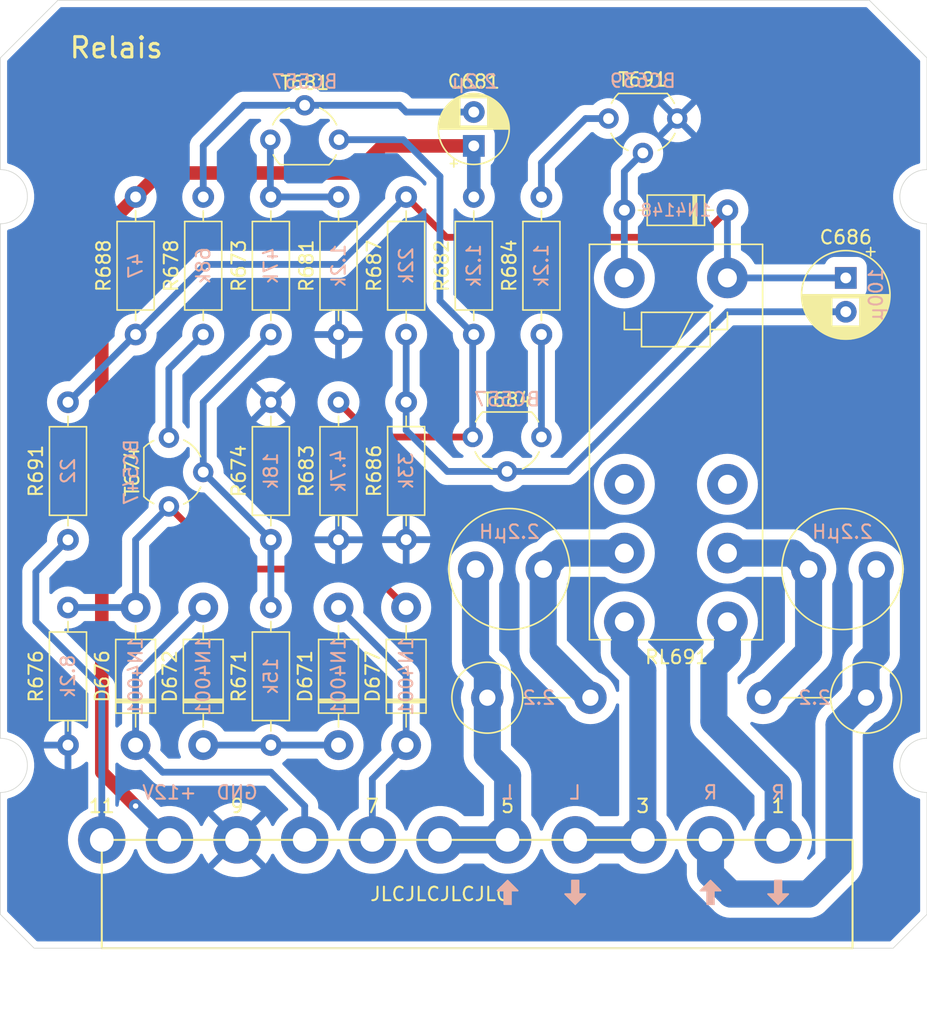
<source format=kicad_pcb>
(kicad_pcb (version 20221018) (generator pcbnew)
  (layers (0 "F.Cu" signal) (31 "B.Cu" signal) (34 "B.Paste" user) (35 "F.Paste" user) (36 "B.SilkS" user "B.Silkscreen") (37 "F.SilkS" user "F.Silkscreen") (38 "B.Mask" user) (39 "F.Mask" user) (44 "Edge.Cuts" user))
  (net 0 "")
  (net 1 "Net-(L1-Pad1)")
  (net 2 "Net-(L2-Pad2)")
  (net 3 "Net-(T681-B)")
  (net 4 "Net-(D1-K)")
  (net 5 "P7")
  (net 6 "P8")
  (net 7 "OUT-R")
  (net 8 "IN-R")
  (net 9 "OUT-L")
  (net 10 "IN-L")
  (net 11 "P11")
  (net 12 "Net-(T684-B)")
  (net 13 "Net-(D1-A)")
  (net 14 "Net-(D671-K)")
  (net 15 "Net-(D676-A)")
  (net 16 "Net-(T674-B)")
  (net 17 "Net-(T681-C)")
  (net 18 "Net-(T681-E)")
  (net 19 "Net-(T684-C)")
  (net 22 "Net-(T674-C)")
  (net 23 "Net-(T691-B)")
  (net 24 "GND")
  (net 25 "+12V")
  (footprint "Relays_THT:Relay_DPDT_Schrack-RT2_RM5mm" (layer "F.Cu") (at 79.5 45.5 -90)
    (fp_text reference "RL691" (at 28 3.75) (layer "F.SilkS"))
    (fp_text value "G2R")
    (pad "11" thru_hole circle (at 20.32 0 270) (size 3 3) (drill 1.4) (layers "*.Cu" "*.Mask") (net 1 "Net-(L1-Pad1)"))
    (pad "12" thru_hole circle (at 15.24 0 270) (size 3 3) (drill 1.4) (layers "*.Cu" "*.Mask"))
    (pad "14" thru_hole circle (at 25.4 0 270) (size 3 3) (drill 1.4) (layers "*.Cu" "*.Mask") (net 7 "OUT-R"))
    (pad "21" thru_hole circle (at 20.32 7.62 270) (size 3 3) (drill 1.4) (layers "*.Cu" "*.Mask") (net 2 "Net-(L2-Pad2)"))
    (pad "22" thru_hole circle (at 15.24 7.62 270) (size 3 3) (drill 1.4) (layers "*.Cu" "*.Mask"))
    (pad "24" thru_hole circle (at 25.4 7.62 270) (size 3 3) (drill 1.4) (layers "*.Cu" "*.Mask") (net 9 "OUT-L"))
    (pad "A1" thru_hole circle (at 0 0 270) (size 3 3) (drill 1.4) (layers "*.Cu" "*.Mask") (net 4 "Net-(D1-K)"))
    (pad "A2" thru_hole circle (at 0 7.62 270) (size 3 3) (drill 1.4) (layers "*.Cu" "*.Mask") (net 13 "Net-(D1-A)"))
  )
  (footprint "Capacitor_THT:CP_Radial_D5.0mm_P2.50mm" (layer "F.Cu") (at 60.75 35.75 90)
    (fp_text reference "C681" (at 4.75 0 180) (layer "F.SilkS"))
    (fp_text value "2.2µ" (at 4.75 0 180) (layer "B.SilkS") (effects (justify mirror)))
    (pad "1" thru_hole rect (at 0 0 90) (size 1.6 1.6) (drill 0.8) (layers "*.Cu" "*.Mask") (net 25 "+12V"))
    (pad "2" thru_hole circle (at 2.5 0 90) (size 1.6 1.6) (drill 0.8) (layers "*.Cu" "*.Mask") (net 3 "Net-(T681-B)"))
  )
  (footprint "Capacitor_THT:CP_Radial_D6.3mm_P2.50mm" (layer "F.Cu") (at 88.25 45.5 -90)
    (fp_text reference "C686" (at -3 0 -180) (layer "F.SilkS"))
    (fp_text value "100µ" (at 1.25 -2.23 90) (layer "B.SilkS") (effects (justify mirror)))
    (pad "1" thru_hole rect (at 0 0 270) (size 1.6 1.6) (drill 0.8) (layers "*.Cu" "*.Mask") (net 4 "Net-(D1-K)"))
    (pad "2" thru_hole circle (at 2.5 0 270) (size 1.6 1.6) (drill 0.8) (layers "*.Cu" "*.Mask") (net 12 "Net-(T684-B)"))
  )
  (footprint "Diode_THT:D_DO-41_SOD81_P10.16mm_Horizontal" (layer "F.Cu") (at 50.75 80 90)
    (fp_text reference "D671" (at 5.08 -2.47 90) (layer "F.SilkS"))
    (fp_text value "1N4001" (at 5.08 0 90) (layer "B.SilkS") (effects (justify mirror)))
    (pad "1" thru_hole circle (at 0 0 90) (size 2.2 2.2) (drill 1.1) (layers "*.Cu" "*.Mask") (net 14 "Net-(D671-K)"))
    (pad "2" thru_hole oval (at 10.16 0 90) (size 2.2 2.2) (drill 1.1) (layers "*.Cu" "*.Mask") (net 5 "P7"))
  )
  (footprint "Diode_THT:D_DO-41_SOD81_P10.16mm_Horizontal" (layer "F.Cu") (at 40.75 80 90)
    (fp_text reference "D672" (at 5.08 -2.47 90) (layer "F.SilkS"))
    (fp_text value "1N4001" (at 5.08 0 90) (layer "B.SilkS") (effects (justify mirror)))
    (pad "1" thru_hole circle (at 0 0 90) (size 2.2 2.2) (drill 1.1) (layers "*.Cu" "*.Mask") (net 14 "Net-(D671-K)"))
    (pad "2" thru_hole oval (at 10.16 0 90) (size 2.2 2.2) (drill 1.1) (layers "*.Cu" "*.Mask") (net 6 "P8"))
  )
  (footprint "Diode_THT:D_DO-41_SOD81_P10.16mm_Horizontal" (layer "F.Cu") (at 35.75 80 90)
    (fp_text reference "D676" (at 5.08 -2.47 90) (layer "F.SilkS"))
    (fp_text value "1N4001" (at 5.08 0 90) (layer "B.SilkS") (effects (justify mirror)))
    (pad "1" thru_hole circle (at 0 0 90) (size 2.2 2.2) (drill 1.1) (layers "*.Cu" "*.Mask") (net 6 "P8"))
    (pad "2" thru_hole oval (at 10.16 0 90) (size 2.2 2.2) (drill 1.1) (layers "*.Cu" "*.Mask") (net 15 "Net-(D676-A)"))
  )
  (footprint "Diode_THT:D_DO-41_SOD81_P10.16mm_Horizontal" (layer "F.Cu") (at 55.75 80 90)
    (fp_text reference "D677" (at 5.08 -2.47 90) (layer "F.SilkS"))
    (fp_text value "1N4001" (at 5.08 0 90) (layer "B.SilkS") (effects (justify mirror)))
    (pad "1" thru_hole circle (at 0 0 90) (size 2.2 2.2) (drill 1.1) (layers "*.Cu" "*.Mask") (net 5 "P7"))
    (pad "2" thru_hole oval (at 10.16 0 90) (size 2.2 2.2) (drill 1.1) (layers "*.Cu" "*.Mask") (net 15 "Net-(D676-A)"))
  )
  (footprint "Inductor_THT:L_Radial_D8.7mm_P5.00mm_Fastron_07HCP" (layer "F.Cu") (at 85.5 67)
    (fp_text reference "L1" hide)
    (fp_text value "2.2µH" (at 2.5 -2.75) (layer "B.SilkS") (effects (justify mirror)))
    (pad "1" thru_hole circle (at 0 0) (size 2.6 2.6) (drill 1.3) (layers "*.Cu" "*.Mask") (net 1 "Net-(L1-Pad1)"))
    (pad "2" thru_hole circle (at 5 0) (size 2.6 2.6) (drill 1.3) (layers "*.Cu" "*.Mask") (net 8 "IN-R"))
  )
  (footprint "Inductor_THT:L_Radial_D8.7mm_P5.00mm_Fastron_07HCP" (layer "F.Cu") (at 60.88 67)
    (fp_text reference "L2" hide)
    (fp_text value "2.2µH" (at 2.5 -2.75) (layer "B.SilkS") (effects (justify mirror)))
    (pad "1" thru_hole circle (at 0 0) (size 2.6 2.6) (drill 1.3) (layers "*.Cu" "*.Mask") (net 10 "IN-L"))
    (pad "2" thru_hole circle (at 5 0) (size 2.6 2.6) (drill 1.3) (layers "*.Cu" "*.Mask") (net 2 "Net-(L2-Pad2)"))
  )
  (footprint "Resistor_THT:R_Axial_DIN0207_L6.3mm_D2.5mm_P10.16mm_Horizontal" (layer "F.Cu") (at 45.75 80 90)
    (fp_text reference "R671" (at 5.08 -2.37 90) (layer "F.SilkS"))
    (fp_text value "15k" (at 5.08 0 90) (layer "B.SilkS") (effects (justify mirror)))
    (pad "1" thru_hole circle (at 0 0 90) (size 1.6 1.6) (drill 0.8) (layers "*.Cu" "*.Mask") (net 14 "Net-(D671-K)"))
    (pad "2" thru_hole oval (at 10.16 0 90) (size 1.6 1.6) (drill 0.8) (layers "*.Cu" "*.Mask") (net 16 "Net-(T674-B)"))
  )
  (footprint "Resistor_THT:R_Axial_DIN0207_L6.3mm_D2.5mm_P10.16mm_Horizontal" (layer "F.Cu") (at 45.75 49.68 90)
    (fp_text reference "R673" (at 5.08 -2.37 90) (layer "F.SilkS"))
    (fp_text value "47k" (at 5.08 0 90) (layer "B.SilkS") (effects (justify mirror)))
    (pad "1" thru_hole circle (at 0 0 90) (size 1.6 1.6) (drill 0.8) (layers "*.Cu" "*.Mask") (net 16 "Net-(T674-B)"))
    (pad "2" thru_hole oval (at 10.16 0 90) (size 1.6 1.6) (drill 0.8) (layers "*.Cu" "*.Mask") (net 17 "Net-(T681-C)"))
  )
  (footprint "Resistor_THT:R_Axial_DIN0207_L6.3mm_D2.5mm_P10.16mm_Horizontal" (layer "F.Cu") (at 45.75 54.68 -90)
    (fp_text reference "R674" (at 5.08 2.37 90) (layer "F.SilkS"))
    (fp_text value "18k" (at 5.08 0 90) (layer "B.SilkS") (effects (justify mirror)))
    (pad "1" thru_hole circle (at 0 0 270) (size 1.6 1.6) (drill 0.8) (layers "*.Cu" "*.Mask") (net 24 "GND"))
    (pad "2" thru_hole oval (at 10.16 0 270) (size 1.6 1.6) (drill 0.8) (layers "*.Cu" "*.Mask") (net 16 "Net-(T674-B)"))
  )
  (footprint "Resistor_THT:R_Axial_DIN0207_L6.3mm_D2.5mm_P10.16mm_Horizontal" (layer "F.Cu") (at 30.75 69.84 -90)
    (fp_text reference "R676" (at 5.08 2.37 90) (layer "F.SilkS"))
    (fp_text value "8.2k" (at 5.08 0 90) (layer "B.SilkS") (effects (justify mirror)))
    (pad "1" thru_hole circle (at 0 0 270) (size 1.6 1.6) (drill 0.8) (layers "*.Cu" "*.Mask") (net 15 "Net-(D676-A)"))
    (pad "2" thru_hole oval (at 10.16 0 270) (size 1.6 1.6) (drill 0.8) (layers "*.Cu" "*.Mask") (net 24 "GND"))
  )
  (footprint "Resistor_THT:R_Axial_DIN0207_L6.3mm_D2.5mm_P10.16mm_Horizontal" (layer "F.Cu") (at 40.75 39.52 -90)
    (fp_text reference "R678" (at 5.08 2.37 90) (layer "F.SilkS"))
    (fp_text value "68k" (at 5.08 0 90) (layer "B.SilkS") (effects (justify mirror)))
    (pad "1" thru_hole circle (at 0 0 270) (size 1.6 1.6) (drill 0.8) (layers "*.Cu" "*.Mask") (net 3 "Net-(T681-B)"))
    (pad "2" thru_hole oval (at 10.16 0 270) (size 1.6 1.6) (drill 0.8) (layers "*.Cu" "*.Mask") (net 22 "Net-(T674-C)"))
  )
  (footprint "Resistor_THT:R_Axial_DIN0207_L6.3mm_D2.5mm_P10.16mm_Horizontal" (layer "F.Cu") (at 50.75 39.52 -90)
    (fp_text reference "R681" (at 5.08 2.37 90) (layer "F.SilkS"))
    (fp_text value "1.2k" (at 5.08 0 90) (layer "B.SilkS") (effects (justify mirror)))
    (pad "1" thru_hole circle (at 0 0 270) (size 1.6 1.6) (drill 0.8) (layers "*.Cu" "*.Mask") (net 17 "Net-(T681-C)"))
    (pad "2" thru_hole oval (at 10.16 0 270) (size 1.6 1.6) (drill 0.8) (layers "*.Cu" "*.Mask") (net 24 "GND"))
  )
  (footprint "Resistor_THT:R_Axial_DIN0207_L6.3mm_D2.5mm_P10.16mm_Horizontal" (layer "F.Cu") (at 60.75 49.68 90)
    (fp_text reference "R682" (at 5.08 -2.37 90) (layer "F.SilkS"))
    (fp_text value "1.2k" (at 5.08 0 90) (layer "B.SilkS") (effects (justify mirror)))
    (pad "1" thru_hole circle (at 0 0 90) (size 1.6 1.6) (drill 0.8) (layers "*.Cu" "*.Mask") (net 18 "Net-(T681-E)"))
    (pad "2" thru_hole oval (at 10.16 0 90) (size 1.6 1.6) (drill 0.8) (layers "*.Cu" "*.Mask") (net 25 "+12V"))
  )
  (footprint "Resistor_THT:R_Axial_DIN0207_L6.3mm_D2.5mm_P10.16mm_Horizontal" (layer "F.Cu") (at 50.75 54.68 -90)
    (fp_text reference "R683" (at 5.08 2.37 90) (layer "F.SilkS"))
    (fp_text value "4.7k" (at 5.08 0 90) (layer "B.SilkS") (effects (justify mirror)))
    (pad "1" thru_hole circle (at 0 0 270) (size 1.6 1.6) (drill 0.8) (layers "*.Cu" "*.Mask") (net 18 "Net-(T681-E)"))
    (pad "2" thru_hole oval (at 10.16 0 270) (size 1.6 1.6) (drill 0.8) (layers "*.Cu" "*.Mask") (net 24 "GND"))
  )
  (footprint "Resistor_THT:R_Axial_DIN0207_L6.3mm_D2.5mm_P10.16mm_Horizontal" (layer "F.Cu") (at 65.75 39.52 -90)
    (fp_text reference "R684" (at 5.08 2.37 90) (layer "F.SilkS"))
    (fp_text value "1.2k" (at 5.08 0 90) (layer "B.SilkS") (effects (justify mirror)))
    (pad "1" thru_hole circle (at 0 0 270) (size 1.6 1.6) (drill 0.8) (layers "*.Cu" "*.Mask") (net 23 "Net-(T691-B)"))
    (pad "2" thru_hole oval (at 10.16 0 270) (size 1.6 1.6) (drill 0.8) (layers "*.Cu" "*.Mask") (net 19 "Net-(T684-C)"))
  )
  (footprint "Resistor_THT:R_Axial_DIN0207_L6.3mm_D2.5mm_P10.16mm_Horizontal" (layer "F.Cu") (at 55.75 54.67 -90)
    (fp_text reference "R686" (at 5.08 2.37 90) (layer "F.SilkS"))
    (fp_text value "33k" (at 5.08 0 90) (layer "B.SilkS") (effects (justify mirror)))
    (pad "1" thru_hole circle (at 0 0 270) (size 1.6 1.6) (drill 0.8) (layers "*.Cu" "*.Mask") (net 12 "Net-(T684-B)"))
    (pad "2" thru_hole oval (at 10.16 0 270) (size 1.6 1.6) (drill 0.8) (layers "*.Cu" "*.Mask") (net 24 "GND"))
  )
  (footprint "Resistor_THT:R_Axial_DIN0207_L6.3mm_D2.5mm_P10.16mm_Horizontal" (layer "F.Cu") (at 55.75 49.68 90)
    (fp_text reference "R687" (at 5.08 -2.37 90) (layer "F.SilkS"))
    (fp_text value "22k" (at 5.08 0 90) (layer "B.SilkS") (effects (justify mirror)))
    (pad "1" thru_hole circle (at 0 0 90) (size 1.6 1.6) (drill 0.8) (layers "*.Cu" "*.Mask") (net 12 "Net-(T684-B)"))
    (pad "2" thru_hole oval (at 10.16 0 90) (size 1.6 1.6) (drill 0.8) (layers "*.Cu" "*.Mask") (net 4 "Net-(D1-K)"))
  )
  (footprint "Resistor_THT:R_Axial_DIN0207_L6.3mm_D2.5mm_P10.16mm_Horizontal" (layer "F.Cu") (at 35.75 39.52 -90)
    (fp_text reference "R688" (at 5.08 2.37 90) (layer "F.SilkS"))
    (fp_text value "47" (at 5.08 0 90) (layer "B.SilkS") (effects (justify mirror)))
    (pad "1" thru_hole circle (at 0 0 270) (size 1.6 1.6) (drill 0.8) (layers "*.Cu" "*.Mask") (net 25 "+12V"))
    (pad "2" thru_hole oval (at 10.16 0 270) (size 1.6 1.6) (drill 0.8) (layers "*.Cu" "*.Mask") (net 4 "Net-(D1-K)"))
  )
  (footprint "Resistor_THT:R_Axial_DIN0207_L6.3mm_D2.5mm_P10.16mm_Horizontal" (layer "F.Cu") (at 30.75 64.84 90)
    (fp_text reference "R691" (at 5.08 -2.37 90) (layer "F.SilkS"))
    (fp_text value "22" (at 5.08 0 90) (layer "B.SilkS") (effects (justify mirror)))
    (pad "1" thru_hole circle (at 0 0 90) (size 1.6 1.6) (drill 0.8) (layers "*.Cu" "*.Mask") (net 11 "P11"))
    (pad "2" thru_hole oval (at 10.16 0 90) (size 1.6 1.6) (drill 0.8) (layers "*.Cu" "*.Mask") (net 4 "Net-(D1-K)"))
  )
  (footprint "Package_TO_SOT_THT:TO-92_Wide" (layer "F.Cu") (at 38.21 57.3 -90)
    (fp_text reference "T674" (at 2.54 2.71 90) (layer "F.SilkS"))
    (fp_text value "BC547" (at 2.54 2.79 90) (layer "B.SilkS") (effects (justify mirror)))
    (pad "1" thru_hole circle (at 0 0 270) (size 1.5 1.5) (drill 0.8) (layers "*.Cu" "*.Mask") (net 22 "Net-(T674-C)"))
    (pad "2" thru_hole circle (at 2.54 -2.54 270) (size 1.5 1.5) (drill 0.8) (layers "*.Cu" "*.Mask") (net 16 "Net-(T674-B)"))
    (pad "3" thru_hole circle (at 5.08 0 270) (size 1.5 1.5) (drill 0.8) (layers "*.Cu" "*.Mask") (net 15 "Net-(D676-A)"))
  )
  (footprint "Package_TO_SOT_THT:TO-92_Wide" (layer "F.Cu") (at 45.71 35.29)
    (fp_text reference "T681" (at 2.55 -4.19) (layer "F.SilkS"))
    (fp_text value "BC557" (at 2.54 -4.29) (layer "B.SilkS") (effects (justify mirror)))
    (pad "1" thru_hole circle (at 0 0) (size 1.5 1.5) (drill 0.8) (layers "*.Cu" "*.Mask") (net 17 "Net-(T681-C)"))
    (pad "2" thru_hole circle (at 2.54 -2.54) (size 1.5 1.5) (drill 0.8) (layers "*.Cu" "*.Mask") (net 3 "Net-(T681-B)"))
    (pad "3" thru_hole circle (at 5.08 0) (size 1.5 1.5) (drill 0.8) (layers "*.Cu" "*.Mask") (net 18 "Net-(T681-E)"))
  )
  (footprint "Package_TO_SOT_THT:TO-92_Wide" (layer "F.Cu") (at 65.75 57.25 180)
    (fp_text reference "T684" (at 2.55 2.75 180) (layer "F.SilkS"))
    (fp_text value "BC557" (at 2.54 2.79 180) (layer "B.SilkS") (effects (justify mirror)))
    (pad "1" thru_hole circle (at 0 0 180) (size 1.5 1.5) (drill 0.8) (layers "*.Cu" "*.Mask") (net 19 "Net-(T684-C)"))
    (pad "2" thru_hole circle (at 2.54 -2.54 180) (size 1.5 1.5) (drill 0.8) (layers "*.Cu" "*.Mask") (net 12 "Net-(T684-B)"))
    (pad "3" thru_hole circle (at 5.08 0 180) (size 1.5 1.5) (drill 0.8) (layers "*.Cu" "*.Mask") (net 18 "Net-(T681-E)"))
  )
  (footprint "Diode_THT:D_DO-35_SOD27_P7.62mm_Horizontal" (layer "F.Cu") (at 79.5 40.5 180)
    (fp_text reference "D1" hide)
    (fp_text value "1N4148" (at 3.81 0 180) (layer "B.SilkS") (effects (font (size 0.9 0.9) (thickness 0.135)) (justify mirror)))
    (pad "1" thru_hole circle (at 0 0 180) (size 1.6 1.6) (drill 0.8) (layers "*.Cu" "*.Mask") (net 4 "Net-(D1-K)"))
    (pad "2" thru_hole oval (at 7.62 0 180) (size 1.6 1.6) (drill 0.8) (layers "*.Cu" "*.Mask") (net 13 "Net-(D1-A)"))
  )
  (footprint "Resistor_THT:R_Axial_DIN0516_L15.5mm_D5.0mm_P7.62mm_Vertical" (layer "F.Cu") (at 89.75 76.5 180)
    (fp_text reference "R1" hide)
    (fp_text value "2.2" (at 3.81 0 180) (layer "B.SilkS") (effects (justify mirror)))
    (pad "1" thru_hole circle (at 0 0 180) (size 2.4 2.4) (drill 1.2) (layers "*.Cu" "*.Mask") (net 8 "IN-R"))
    (pad "2" thru_hole oval (at 7.62 0 180) (size 2.4 2.4) (drill 1.2) (layers "*.Cu" "*.Mask") (net 1 "Net-(L1-Pad1)"))
  )
  (footprint "Resistor_THT:R_Axial_DIN0516_L15.5mm_D5.0mm_P7.62mm_Vertical" (layer "F.Cu") (at 61.75 76.5)
    (fp_text reference "R2" hide)
    (fp_text value "2.2" (at 3.81 0) (layer "B.SilkS") (effects (justify mirror)))
    (pad "1" thru_hole circle (at 0 0) (size 2.4 2.4) (drill 1.2) (layers "*.Cu" "*.Mask") (net 10 "IN-L"))
    (pad "2" thru_hole oval (at 7.62 0) (size 2.4 2.4) (drill 1.2) (layers "*.Cu" "*.Mask") (net 2 "Net-(L2-Pad2)"))
  )
  (footprint "Relais-Modul:Connector_01x11_5mm" (layer "F.Cu") (at 83.25 87)
    (fp_text reference "J1" hide)
    (fp_text value "Conn_01x13")
    (fp_text user "7" (at -30 -2.5) (layer "F.SilkS"))
    (fp_text user "11" (at -50 -2.5) (layer "F.SilkS"))
    (fp_text user "1" (at 0 -2.5) (layer "F.SilkS"))
    (pad "1" thru_hole circle (at 0 0 180) (size 3.5 3.5) (drill 1.75) (layers "B.Cu" "B.Mask") (net 7 "OUT-R"))
    (pad "2" thru_hole circle (at -5 0 180) (size 3.5 3.5) (drill 1.75) (layers "B.Cu" "B.Mask") (net 8 "IN-R"))
    (pad "3" thru_hole circle (at -10 0 180) (size 3.5 3.5) (drill 1.75) (layers "B.Cu" "B.Mask") (net 9 "OUT-L"))
    (pad "4" thru_hole circle (at -15 0 180) (size 3.5 3.5) (drill 1.75) (layers "B.Cu" "B.Mask") (net 9 "OUT-L"))
    (pad "5" thru_hole circle (at -20 0 180) (size 3.5 3.5) (drill 1.75) (layers "B.Cu" "B.Mask") (net 10 "IN-L"))
    (pad "6" thru_hole circle (at -25 0 180) (size 3.5 3.5) (drill 1.75) (layers "B.Cu" "B.Mask") (net 10 "IN-L"))
    (pad "7" thru_hole circle (at -30 0 180) (size 3.5 3.5) (drill 1.75) (layers "B.Cu" "B.Mask") (net 5 "P7"))
    (pad "8" thru_hole circle (at -35 0 180) (size 3.5 3.5) (drill 1.75) (layers "B.Cu" "B.Mask") (net 6 "P8"))
    (pad "9" thru_hole circle (at -40 0 180) (size 3.5 3.5) (drill 1.75) (layers "B.Cu" "B.Mask") (net 24 "GND"))
    (pad "10" thru_hole circle (at -45 0 180) (size 3.5 3.5) (drill 1.75) (layers "B.Cu" "B.Mask") (net 25 "+12V"))
    (pad "11" thru_hole circle (at -50 0 180) (size 3.5 3.5) (drill 1.75) (layers "B.Cu" "B.Mask") (net 11 "P11"))
  )
  (footprint "Package_TO_SOT_THT:TO-92_Wide" (layer "F.Cu") (at 75.79 33.73 180)
    (fp_text reference "T691" (at 2.55 2.88) (layer "F.SilkS"))
    (fp_text value "BC639" (at 2.54 2.79) (layer "B.SilkS") (effects (justify mirror)))
    (pad "1" thru_hole circle (at 0 0 180) (size 1.5 1.5) (drill 0.8) (layers "*.Cu" "*.Mask") (net 24 "GND"))
    (pad "2" thru_hole circle (at 2.54 -2.54 180) (size 1.5 1.5) (drill 0.8) (layers "*.Cu" "*.Mask") (net 13 "Net-(D1-A)"))
    (pad "3" thru_hole circle (at 5.08 0 180) (size 1.5 1.5) (drill 0.8) (layers "*.Cu" "*.Mask") (net 23 "Net-(T691-B)"))
  )
  (gr_poly (pts (xy 78 91.75) (xy 78.5 91.75) (xy 78.5 90.75) (xy 78 90.75)) (stroke (width 0.12)) (fill solid) (layer "B.SilkS"))
  (gr_poly (pts (xy 63 91.75) (xy 63.5 91.75) (xy 63.5 90.75) (xy 63 90.75)) (stroke (width 0.12)) (fill solid) (layer "B.SilkS"))
  (gr_poly (pts (xy 79 90.75) (xy 78.25 90) (xy 77.5 90.75)) (stroke (width 0.12)) (fill solid) (layer "B.SilkS"))
  (gr_poly (pts (xy 83.5 90) (xy 83 90) (xy 83 91) (xy 83.5 91)) (stroke (width 0.12)) (fill solid) (layer "B.SilkS"))
  (gr_poly (pts (xy 82.5 91) (xy 83.25 91.75) (xy 84 91)) (stroke (width 0.12)) (fill solid) (layer "B.SilkS"))
  (gr_poly (pts (xy 68.5 90) (xy 68 90) (xy 68 91) (xy 68.5 91)) (stroke (width 0.12)) (fill solid) (layer "B.SilkS"))
  (gr_poly (pts (xy 64 90.75) (xy 63.25 90) (xy 62.5 90.75)) (stroke (width 0.12)) (fill solid) (layer "B.SilkS"))
  (gr_poly (pts (xy 67.5 91) (xy 68.25 91.75) (xy 69 91)) (stroke (width 0.12)) (fill solid) (layer "B.SilkS"))
  (gr_line (start 25.75 79.5) (end 25.75 41.5) (stroke (width 0.05)) (layer "Edge.Cuts"))
  (gr_line (start 25.75 29.25) (end 30 25) (stroke (width 0.05)) (layer "Edge.Cuts"))
  (gr_line (start 90 25) (end 94.25 29.25) (stroke (width 0.05)) (layer "Edge.Cuts"))
  (gr_line (start 91.75 95) (end 94.25 92.5) (stroke (width 0.05)) (layer "Edge.Cuts"))
  (gr_line (start 25.75 92.5) (end 28.25 95) (stroke (width 0.05)) (layer "Edge.Cuts"))
  (gr_arc (start 25.75 79.5) (mid 27.75 81.5) (end 25.75 83.5) (stroke (width 0.05)) (layer "Edge.Cuts"))
  (gr_arc (start 25.75 37.5) (mid 27.75 39.5) (end 25.75 41.5) (stroke (width 0.05)) (layer "Edge.Cuts"))
  (gr_arc (start 94.25 41.5) (mid 92.25 39.5) (end 94.25 37.5) (stroke (width 0.05)) (layer "Edge.Cuts"))
  (gr_line (start 94.25 92.5) (end 94.25 83.5) (stroke (width 0.05)) (layer "Edge.Cuts"))
  (gr_line (start 94.25 29.25) (end 94.25 37.5) (stroke (width 0.05)) (layer "Edge.Cuts"))
  (gr_line (start 91.75 95) (end 28.25 95) (stroke (width 0.05)) (layer "Edge.Cuts"))
  (gr_line (start 30 25) (end 90 25) (stroke (width 0.05)) (layer "Edge.Cuts"))
  (gr_line (start 94.25 41.5) (end 94.25 79.5) (stroke (width 0.05)) (layer "Edge.Cuts"))
  (gr_line (start 25.75 29.25) (end 25.75 37.5) (stroke (width 0.05)) (layer "Edge.Cuts"))
  (gr_line (start 25.75 92.5) (end 25.75 83.5) (stroke (width 0.05)) (layer "Edge.Cuts"))
  (gr_arc (start 94.25 83.5) (mid 92.25 81.5) (end 94.25 79.5) (stroke (width 0.05)) (layer "Edge.Cuts"))
  (gr_text "L" (at 63.25 83.5) (layer "B.SilkS") (effects (font (size 1 1)) (justify mirror)))
  (gr_text "+12V" (at 38.25 83.5) (layer "B.SilkS") (effects (font (size 1 1)) (justify mirror)))
  (gr_text "R" (at 78.25 83.5) (layer "B.SilkS") (effects (font (size 1 1)) (justify mirror)))
  (gr_text "R" (at 83.25 83.5) (layer "B.SilkS") (effects (font (size 1 1)) (justify mirror)))
  (gr_text "GND" (at 43.25 83.5) (layer "B.SilkS") (effects (font (size 1 1)) (justify mirror)))
  (gr_text "L" (at 68.25 83.5) (layer "B.SilkS") (effects (font (size 1 1)) (justify mirror)))
  (gr_text "5" (at 63.25 84.5) (layer "F.SilkS") (effects (font (size 1 1))))
  (gr_text "9" (at 43.25 84.5) (layer "F.SilkS") (effects (font (size 1 1))))
  (gr_text "3" (at 73.25 84.5) (layer "F.SilkS") (effects (font (size 1 1))))
  (gr_text "Relais" (at 30.75 28.5) (layer "F.SilkS") (effects (font (size 1.5 1.5) (thickness 0.225)) (justify left)))
  (gr_text "JLCJLCJLCJLC" (at 58.25 91) (layer "F.SilkS") (effects (font (size 1 1))))
  (segment (start 85.5 67) (end 85.5 73.13) (width 2) (layer "B.Cu") (net 1))
  (segment (start 79.5 65.82) (end 84.32 65.82) (width 2) (layer "B.Cu") (net 1))
  (segment (start 85.5 73.13) (end 82.13 76.5) (width 2) (layer "B.Cu") (net 1))
  (segment (start 84.32 65.82) (end 85.5 67) (width 2) (layer "B.Cu") (net 1))
  (segment (start 65.88 67) (end 65.88 73.01) (width 2) (layer "B.Cu") (net 2))
  (segment (start 71.88 65.82) (end 67.06 65.82) (width 2) (layer "B.Cu") (net 2))
  (segment (start 65.88 73.01) (end 69.37 76.5) (width 2) (layer "B.Cu") (net 2))
  (segment (start 67.06 65.82) (end 65.88 67) (width 2) (layer "B.Cu") (net 2))
  (segment (start 43.75 32.75) (end 40.75 35.75) (width 0.5) (layer "B.Cu") (net 3))
  (segment (start 40.75 35.75) (end 40.75 39.52) (width 0.5) (layer "B.Cu") (net 3))
  (segment (start 55.75 33.25) (end 60.75 33.25) (width 0.5) (layer "B.Cu") (net 3))
  (segment (start 55.25 32.75) (end 55.75 33.25) (width 0.5) (layer "B.Cu") (net 3))
  (segment (start 48.25 32.75) (end 43.75 32.75) (width 0.5) (layer "B.Cu") (net 3))
  (segment (start 48.25 32.75) (end 55.25 32.75) (width 0.5) (layer "B.Cu") (net 3))
  (segment (start 77.5 42.5) (end 58.73 42.5) (width 0.5) (layer "F.Cu") (net 4))
  (segment (start 58.73 42.5) (end 55.75 39.52) (width 0.5) (layer "F.Cu") (net 4))
  (segment (start 79.5 40.5) (end 77.5 42.5) (width 0.5) (layer "F.Cu") (net 4))
  (segment (start 55.75 39.52) (end 50.77 44.5) (width 0.5) (layer "B.Cu") (net 4))
  (segment (start 88.25 45.5) (end 79.5 45.5) (width 0.5) (layer "B.Cu") (net 4))
  (segment (start 35.75 49.68) (end 30.75 54.68) (width 0.5) (layer "B.Cu") (net 4))
  (segment (start 40.93 44.5) (end 35.75 49.68) (width 0.5) (layer "B.Cu") (net 4))
  (segment (start 79.5 40.5) (end 79.5 45.5) (width 0.5) (layer "B.Cu") (net 4))
  (segment (start 50.77 44.5) (end 40.93 44.5) (width 0.5) (layer "B.Cu") (net 4))
  (segment (start 53.25 82.5) (end 53.25 87) (width 0.5) (layer "B.Cu") (net 5))
  (segment (start 55.75 80) (end 53.25 82.5) (width 0.5) (layer "B.Cu") (net 5))
  (segment (start 55.75 80) (end 55.75 74.84) (width 0.5) (layer "B.Cu") (net 5))
  (segment (start 55.75 74.84) (end 50.75 69.84) (width 0.5) (layer "B.Cu") (net 5))
  (segment (start 48.25 84.5) (end 48.25 87) (width 0.5) (layer "B.Cu") (net 6))
  (segment (start 37.75 82) (end 45.75 82) (width 0.5) (layer "B.Cu") (net 6))
  (segment (start 35.75 80) (end 35.75 74.84) (width 0.5) (layer "B.Cu") (net 6))
  (segment (start 35.75 74.84) (end 40.75 69.84) (width 0.5) (layer "B.Cu") (net 6))
  (segment (start 45.75 82) (end 48.25 84.5) (width 0.5) (layer "B.Cu") (net 6))
  (segment (start 35.75 80) (end 37.75 82) (width 0.5) (layer "B.Cu") (net 6))
  (segment (start 83.25 83) (end 83.25 87) (width 2) (layer "B.Cu") (net 7))
  (segment (start 78.5 74.25) (end 78.5 78.25) (width 2) (layer "B.Cu") (net 7))
  (segment (start 79.5 70.9) (end 79.5 73.25) (width 2) (layer "B.Cu") (net 7))
  (segment (start 78.5 78.25) (end 83.25 83) (width 2) (layer "B.Cu") (net 7))
  (segment (start 79.5 73.25) (end 78.5 74.25) (width 2) (layer "B.Cu") (net 7))
  (segment (start 90.5 73.25) (end 89.75 74) (width 2) (layer "B.Cu") (net 8))
  (segment (start 78.25 89.5) (end 78.25 87) (width 2) (layer "B.Cu") (net 8))
  (segment (start 87.75 88.75) (end 85.5 91) (width 2) (layer "B.Cu") (net 8))
  (segment (start 89.75 74) (end 89.75 76.5) (width 2) (layer "B.Cu") (net 8))
  (segment (start 85.5 91) (end 79.75 91) (width 2) (layer "B.Cu") (net 8))
  (segment (start 90.5 67) (end 90.5 73.25) (width 2) (layer "B.Cu") (net 8))
  (segment (start 89.75 76.5) (end 87.75 78.5) (width 2) (layer "B.Cu") (net 8))
  (segment (start 87.75 78.5) (end 87.75 88.75) (width 2) (layer "B.Cu") (net 8))
  (segment (start 79.75 91) (end 78.25 89.5) (width 2) (layer "B.Cu") (net 8))
  (segment (start 71.88 73.13) (end 73.25 74.5) (width 2) (layer "B.Cu") (net 9))
  (segment (start 71.88 70.9) (end 71.88 73.13) (width 2) (layer "B.Cu") (net 9))
  (segment (start 68.25 87) (end 73.25 87) (width 2) (layer "B.Cu") (net 9))
  (segment (start 73.25 74.5) (end 73.25 87) (width 2) (layer "B.Cu") (net 9))
  (segment (start 61.75 76.5) (end 61.75 74.62) (width 2) (layer "B.Cu") (net 10))
  (segment (start 61.75 74.62) (end 60.88 73.75) (width 2) (layer "B.Cu") (net 10))
  (segment (start 63.25 82.25) (end 63.25 87) (width 2) (layer "B.Cu") (net 10))
  (segment (start 61.75 76.5) (end 61.75 80.75) (width 2) (layer "B.Cu") (net 10))
  (segment (start 60.88 67) (end 60.88 73.75) (width 2) (layer "B.Cu") (net 10))
  (segment (start 61.75 80.75) (end 63.25 82.25) (width 2) (layer "B.Cu") (net 10))
  (segment (start 63.25 87) (end 58.25 87) (width 2) (layer "B.Cu") (net 10))
  (segment (start 28.375 70.875) (end 28.375 67.215) (width 0.5) (layer "B.Cu") (net 11))
  (segment (start 28.375 67.215) (end 30.75 64.84) (width 0.5) (layer "B.Cu") (net 11))
  (segment (start 33.25 75.75) (end 28.375 70.875) (width 0.5) (layer "B.Cu") (net 11))
  (segment (start 33.25 75.75) (end 33.25 87) (width 0.5) (layer "B.Cu") (net 11))
  (segment (start 55.75 56.75) (end 55.75 54.67) (width 0.5) (layer "B.Cu") (net 12))
  (segment (start 88.25 48) (end 79.5 48) (width 0.5) (layer "B.Cu") (net 12))
  (segment (start 58.79 59.79) (end 55.75 56.75) (width 0.5) (layer "B.Cu") (net 12))
  (segment (start 55.75 49.68) (end 55.75 54.67) (width 0.5) (layer "B.Cu") (net 12))
  (segment (start 67.71 59.79) (end 63.21 59.79) (width 0.5) (layer "B.Cu") (net 12))
  (segment (start 79.5 48) (end 67.71 59.79) (width 0.5) (layer "B.Cu") (net 12))
  (segment (start 63.21 59.79) (end 58.79 59.79) (width 0.5) (layer "B.Cu") (net 12))
  (segment (start 71.88 37.64) (end 73.25 36.27) (width 0.5) (layer "B.Cu") (net 13))
  (segment (start 71.88 40.5) (end 71.88 45.5) (width 0.5) (layer "B.Cu") (net 13))
  (segment (start 71.88 40.5) (end 71.88 37.64) (width 0.5) (layer "B.Cu") (net 13))
  (segment (start 40.75 80) (end 50.75 80) (width 0.5) (layer "B.Cu") (net 14))
  (segment (start 42.83 67) (end 38.21 62.38) (width 0.5) (layer "F.Cu") (net 15))
  (segment (start 55.75 69.84) (end 52.91 67) (width 0.5) (layer "F.Cu") (net 15))
  (segment (start 52.91 67) (end 42.83 67) (width 0.5) (layer "F.Cu") (net 15))
  (segment (start 35.75 64.84) (end 38.21 62.38) (width 0.5) (layer "B.Cu") (net 15))
  (segment (start 35.75 69.84) (end 30.75 69.84) (width 0.5) (layer "B.Cu") (net 15))
  (segment (start 35.75 69.84) (end 35.75 64.84) (width 0.5) (layer "B.Cu") (net 15))
  (segment (start 40.75 59.84) (end 45.75 64.84) (width 0.5) (layer "B.Cu") (net 16))
  (segment (start 40.75 54.68) (end 45.75 49.68) (width 0.5) (layer "B.Cu") (net 16))
  (segment (start 40.75 59.84) (end 40.75 54.68) (width 0.5) (layer "B.Cu") (net 16))
  (segment (start 45.75 69.84) (end 45.75 64.84) (width 0.5) (layer "B.Cu") (net 16))
  (segment (start 45.71 35.29) (end 45.71 39.48) (width 0.5) (layer "B.Cu") (net 17))
  (segment (start 45.71 39.48) (end 45.75 39.52) (width 0.5) (layer "B.Cu") (net 17))
  (segment (start 45.75 39.52) (end 50.75 39.52) (width 0.5) (layer "B.Cu") (net 17))
  (segment (start 53.32 57.25) (end 50.75 54.68) (width 0.5) (layer "F.Cu") (net 18))
  (segment (start 60.67 57.25) (end 53.32 57.25) (width 0.5) (layer "F.Cu") (net 18))
  (segment (start 58.25 38) (end 58.25 47.18) (width 0.5) (layer "B.Cu") (net 18))
  (segment (start 60.67 57.25) (end 60.67 49.76) (width 0.5) (layer "B.Cu") (net 18))
  (segment (start 55.54 35.29) (end 58.25 38) (width 0.5) (layer "B.Cu") (net 18))
  (segment (start 58.25 47.18) (end 60.75 49.68) (width 0.5) (layer "B.Cu") (net 18))
  (segment (start 50.79 35.29) (end 55.54 35.29) (width 0.5) (layer "B.Cu") (net 18))
  (segment (start 65.75 57.25) (end 65.75 49.68) (width 0.5) (layer "B.Cu") (net 19))
  (segment (start 38.21 52.22) (end 38.21 57.3) (width 0.5) (layer "B.Cu") (net 22))
  (segment (start 40.75 49.68) (end 38.21 52.22) (width 0.5) (layer "B.Cu") (net 22))
  (segment (start 65.75 39.52) (end 65.75 37) (width 0.5) (layer "B.Cu") (net 23))
  (segment (start 65.75 37) (end 69.02 33.73) (width 0.5) (layer "B.Cu") (net 23))
  (segment (start 69.02 33.73) (end 70.71 33.73) (width 0.5) (layer "B.Cu") (net 23))
  (segment (start 37.52 37.75) (end 35.75 39.52) (width 1) (layer "F.Cu") (net 25))
  (segment (start 35.75 84.5) (end 33.25 82) (width 1) (layer "F.Cu") (net 25))
  (segment (start 33.25 82) (end 33.25 42.02) (width 1) (layer "F.Cu") (net 25))
  (segment (start 52 37.75) (end 37.52 37.75) (width 1) (layer "F.Cu") (net 25))
  (segment (start 60.75 35.75) (end 54 35.75) (width 1) (layer "F.Cu") (net 25))
  (segment (start 33.25 42.02) (end 35.75 39.52) (width 1) (layer "F.Cu") (net 25))
  (segment (start 54 35.75) (end 52 37.75) (width 1) (layer "F.Cu") (net 25))
  (via (at 35.75 84.5) (size 0.8) (drill 0.4) (layers "F.Cu" "B.Cu") (net 25))
  (segment (start 60.75 39.52) (end 60.75 35.75) (width 1) (layer "B.Cu") (net 25))
  (segment (start 38.25 87) (end 35.75 84.5) (width 1) (layer "B.Cu") (net 25))
  (zone (net 24) (net_name "GND") (layer "B.Cu") (connect_pads (clearance 0.75)) (min_thickness 0.25) (fill yes (thermal_gap 1) (thermal_bridge_width 0.5) (island_removal_mode 2) (island_area_min 10))
    (polygon (pts (xy 25.75 25) (xy 94.25 25) (xy 94.25 95) (xy 25.75 95)))
  )
)
</source>
